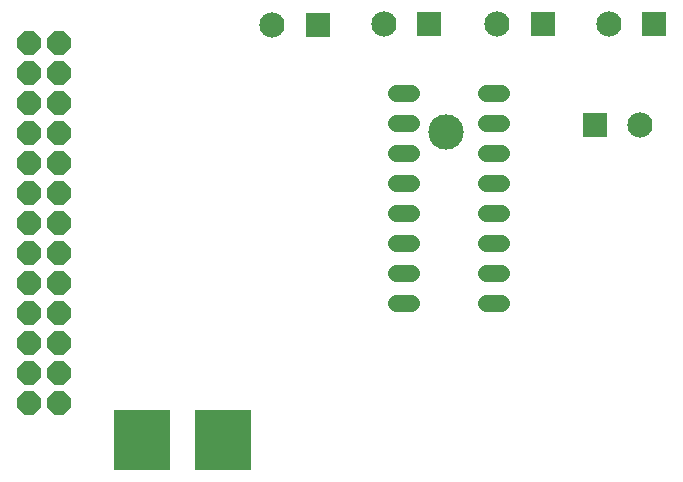
<source format=gbs>
G75*
%MOIN*%
%OFA0B0*%
%FSLAX24Y24*%
%IPPOS*%
%LPD*%
%AMOC8*
5,1,8,0,0,1.08239X$1,22.5*
%
%ADD10C,0.1182*%
%ADD11OC8,0.0780*%
%ADD12R,0.0840X0.0840*%
%ADD13C,0.0840*%
%ADD14R,0.1871X0.2009*%
%ADD15C,0.0555*%
D10*
X015963Y011811D03*
D11*
X002050Y002770D03*
X003050Y002770D03*
X003050Y003770D03*
X002050Y003770D03*
X002050Y004770D03*
X003050Y004770D03*
X003050Y005770D03*
X002050Y005770D03*
X002050Y006770D03*
X003050Y006770D03*
X003050Y007770D03*
X002050Y007770D03*
X002050Y008770D03*
X003050Y008770D03*
X003050Y009770D03*
X002050Y009770D03*
X002050Y010770D03*
X003050Y010770D03*
X003050Y011770D03*
X002050Y011770D03*
X002050Y012770D03*
X003050Y012770D03*
X003050Y013770D03*
X002050Y013770D03*
X002050Y014770D03*
X003050Y014770D03*
D12*
X011675Y015355D03*
X015400Y015405D03*
X019175Y015380D03*
X022900Y015405D03*
X020908Y012027D03*
D13*
X022426Y012027D03*
X021382Y015405D03*
X017657Y015380D03*
X013882Y015405D03*
X010157Y015355D03*
D14*
X008528Y001517D03*
X005832Y001517D03*
D15*
X014272Y006095D02*
X014787Y006095D01*
X014787Y007095D02*
X014272Y007095D01*
X014272Y008095D02*
X014787Y008095D01*
X014787Y009095D02*
X014272Y009095D01*
X014272Y010095D02*
X014787Y010095D01*
X014787Y011095D02*
X014272Y011095D01*
X014272Y012095D02*
X014787Y012095D01*
X014787Y013095D02*
X014272Y013095D01*
X017272Y013095D02*
X017787Y013095D01*
X017787Y012095D02*
X017272Y012095D01*
X017272Y011095D02*
X017787Y011095D01*
X017787Y010095D02*
X017272Y010095D01*
X017272Y009095D02*
X017787Y009095D01*
X017787Y008095D02*
X017272Y008095D01*
X017272Y007095D02*
X017787Y007095D01*
X017787Y006095D02*
X017272Y006095D01*
M02*

</source>
